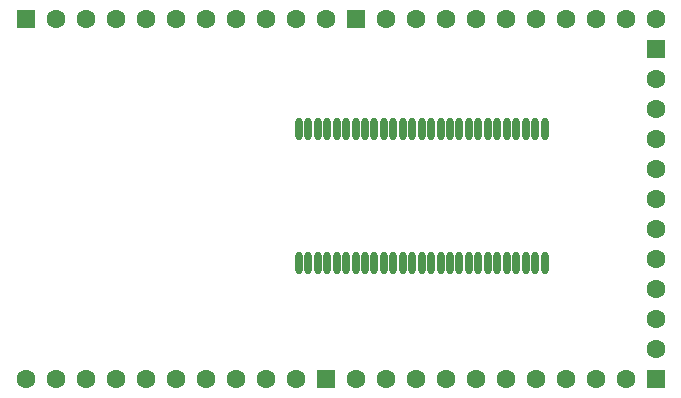
<source format=gts>
G04 Layer: TopSolderMaskLayer*
G04 EasyEDA v6.5.29, 2023-07-16 09:38:32*
G04 6daab3e9de084c3e9e407c93523b43d4,e855215096054eb7bd5858a7ef804e70,10*
G04 Gerber Generator version 0.2*
G04 Scale: 100 percent, Rotated: No, Reflected: No *
G04 Dimensions in millimeters *
G04 leading zeros omitted , absolute positions ,4 integer and 5 decimal *
%FSLAX45Y45*%
%MOMM*%

%AMMACRO1*1,1,$1,$2,$3*1,1,$1,$4,$5*1,1,$1,0-$2,0-$3*1,1,$1,0-$4,0-$5*20,1,$1,$2,$3,$4,$5,0*20,1,$1,$4,$5,0-$2,0-$3,0*20,1,$1,0-$2,0-$3,0-$4,0-$5,0*20,1,$1,0-$4,0-$5,$2,$3,0*4,1,4,$2,$3,$4,$5,0-$2,0-$3,0-$4,0-$5,$2,$3,0*%
%ADD10C,1.6002*%
%ADD11MACRO1,0.1016X0.7493X-0.7493X-0.7493X-0.7493*%
%ADD12MACRO1,0.1016X-0.7493X0.7493X0.7493X0.7493*%
%ADD13MACRO1,0.1016X0.7493X0.7493X0.7493X-0.7493*%
%ADD14O,0.601599X1.9015964*%

%LPD*%
D10*
G01*
X1155700Y1003300D03*
G01*
X1409700Y1003300D03*
G01*
X1663700Y1003300D03*
G01*
X1917700Y1003300D03*
G01*
X2171700Y1003300D03*
G01*
X2425700Y1003300D03*
G01*
X2679700Y1003300D03*
G01*
X2933700Y1003300D03*
G01*
X3187700Y1003300D03*
G01*
X3441700Y1003300D03*
D11*
G01*
X3695700Y1003300D03*
D10*
G01*
X3949700Y1003300D03*
G01*
X4203700Y1003300D03*
G01*
X4457700Y1003300D03*
G01*
X4711700Y1003300D03*
G01*
X4965700Y1003300D03*
G01*
X5219700Y1003300D03*
G01*
X5473700Y1003300D03*
G01*
X5727700Y1003300D03*
G01*
X5981700Y1003300D03*
G01*
X6235700Y1003300D03*
D11*
G01*
X6489700Y1003300D03*
D10*
G01*
X3695700Y4051300D03*
G01*
X3441700Y4051300D03*
G01*
X3187700Y4051300D03*
G01*
X2933700Y4051300D03*
G01*
X2679700Y4051300D03*
G01*
X2425700Y4051300D03*
G01*
X2171700Y4051300D03*
G01*
X1917700Y4051300D03*
G01*
X1663700Y4051300D03*
G01*
X1409700Y4051300D03*
D12*
G01*
X1155700Y4051300D03*
D10*
G01*
X6489700Y4051300D03*
G01*
X6235700Y4051300D03*
G01*
X5981700Y4051300D03*
G01*
X5727700Y4051300D03*
G01*
X5473700Y4051300D03*
G01*
X5219700Y4051300D03*
G01*
X4965700Y4051300D03*
G01*
X4711700Y4051300D03*
G01*
X4457700Y4051300D03*
G01*
X4203700Y4051300D03*
D12*
G01*
X3949700Y4051300D03*
D10*
G01*
X6489700Y1257300D03*
G01*
X6489700Y1511300D03*
G01*
X6489700Y1765300D03*
G01*
X6489700Y2019300D03*
G01*
X6489700Y2273300D03*
G01*
X6489700Y2527300D03*
G01*
X6489700Y2781300D03*
G01*
X6489700Y3035300D03*
G01*
X6489700Y3289300D03*
G01*
X6489700Y3543300D03*
D13*
G01*
X6489700Y3797300D03*
D14*
G01*
X3468522Y1988489D03*
G01*
X3548532Y1988489D03*
G01*
X3628516Y1988489D03*
G01*
X3708527Y1988489D03*
G01*
X3788511Y1988489D03*
G01*
X3868521Y1988489D03*
G01*
X3948506Y1988489D03*
G01*
X4028516Y1988489D03*
G01*
X4108500Y1988489D03*
G01*
X4188536Y1988489D03*
G01*
X4268495Y1988489D03*
G01*
X4348530Y1988489D03*
G01*
X4428490Y1988489D03*
G01*
X4508525Y1988489D03*
G01*
X4588509Y1988489D03*
G01*
X4668520Y1988489D03*
G01*
X4748504Y1988489D03*
G01*
X4828514Y1988489D03*
G01*
X4908499Y1988489D03*
G01*
X4988534Y1988489D03*
G01*
X5068519Y1988489D03*
G01*
X5148529Y1988489D03*
G01*
X5228539Y1988489D03*
G01*
X5308523Y1988489D03*
G01*
X5388533Y1988489D03*
G01*
X5468518Y1988489D03*
G01*
X5548528Y1988489D03*
G01*
X3468522Y3116910D03*
G01*
X3548532Y3116910D03*
G01*
X3628516Y3116910D03*
G01*
X3708527Y3116910D03*
G01*
X3788511Y3116910D03*
G01*
X3868521Y3116910D03*
G01*
X3948506Y3116910D03*
G01*
X4028516Y3116910D03*
G01*
X4108500Y3116910D03*
G01*
X4188536Y3116910D03*
G01*
X4268495Y3116910D03*
G01*
X4348530Y3116910D03*
G01*
X4428490Y3116910D03*
G01*
X4508525Y3116910D03*
G01*
X4588509Y3116910D03*
G01*
X4668520Y3116910D03*
G01*
X4748504Y3116910D03*
G01*
X4828514Y3116910D03*
G01*
X4908499Y3116910D03*
G01*
X4988534Y3116910D03*
G01*
X5068519Y3116910D03*
G01*
X5148529Y3116910D03*
G01*
X5228539Y3116910D03*
G01*
X5308523Y3116910D03*
G01*
X5388533Y3116910D03*
G01*
X5468518Y3116910D03*
G01*
X5548528Y3116910D03*
M02*

</source>
